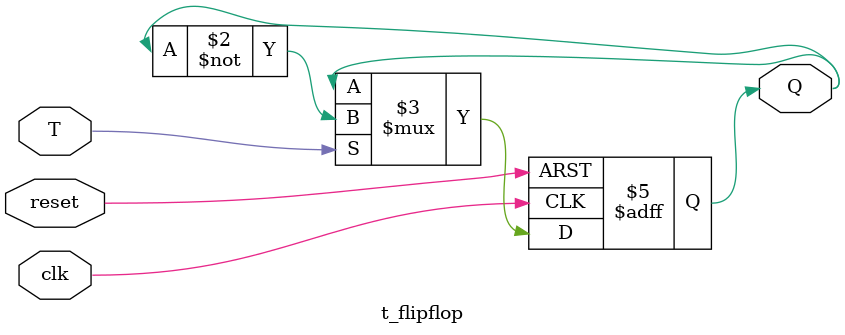
<source format=v>
module t_flipflop (
  input T,   // Toggle input
  input clk, // Clock input
  input reset, // Reset input
  output reg Q // Output
);

  always @(posedge clk or posedge reset) begin
    if (reset)
      Q <= 1'b0; // Asynchronous reset
    else if (T)
      Q <= ~Q; // Toggle Q on T input
  end

endmodule

</source>
